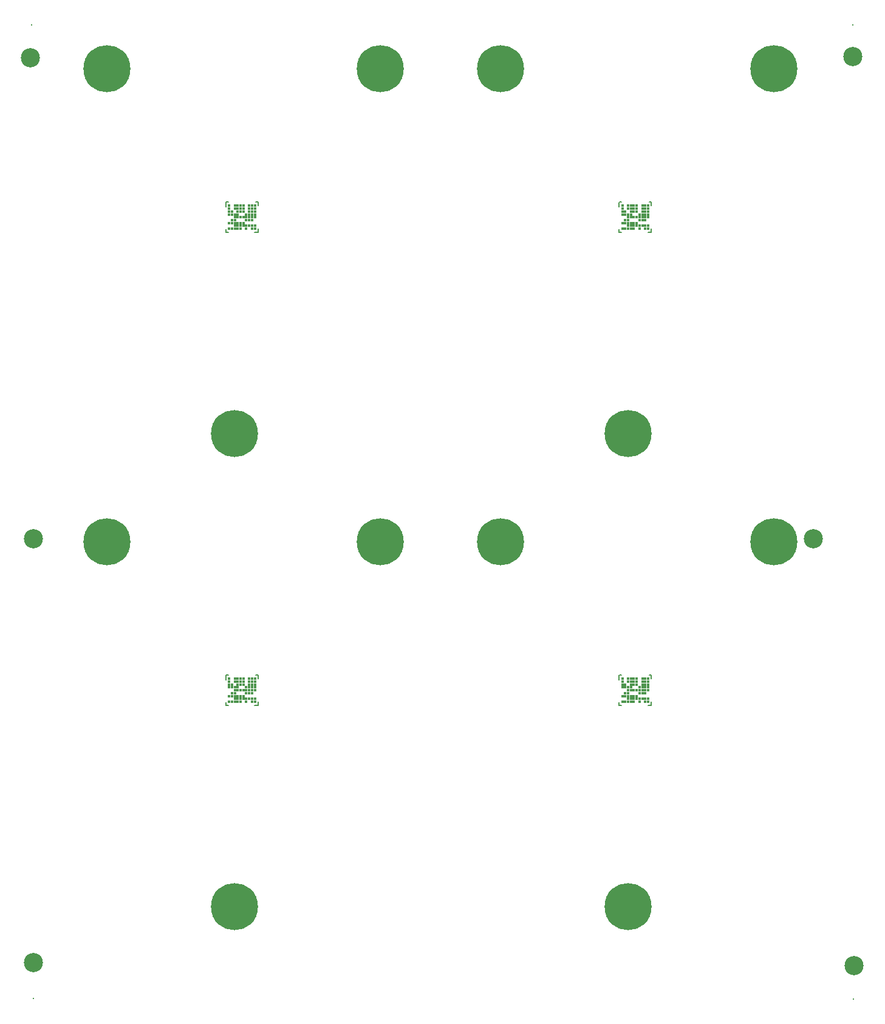
<source format=gts>
G04*
G04 #@! TF.GenerationSoftware,Altium Limited,Altium Designer,20.2.6 (244)*
G04*
G04 Layer_Color=8388736*
%FSLAX25Y25*%
%MOIN*%
G70*
G04*
G04 #@! TF.SameCoordinates,F81447C0-1865-472D-A3CA-BC0DD41CEC34*
G04*
G04*
G04 #@! TF.FilePolarity,Negative*
G04*
G01*
G75*
%ADD12C,0.00800*%
%ADD31C,0.10512*%
%ADD32C,0.01666*%
%ADD33C,0.00800*%
%ADD34C,0.25800*%
D12*
X97718Y152764D02*
Y154519D01*
X97778Y152724D02*
X98886D01*
X113453Y152729D02*
X115207D01*
X115247Y152789D02*
Y154700D01*
X114075Y169274D02*
X115183D01*
X115243Y167479D02*
Y169234D01*
X97683Y166626D02*
X97700Y169210D01*
X97740Y169270D02*
X98987D01*
X313505Y152764D02*
Y154519D01*
X313565Y152724D02*
X314673D01*
X329240Y152729D02*
X330995D01*
X331035Y152789D02*
Y154700D01*
X329862Y169274D02*
X330970D01*
X331031Y167479D02*
Y169234D01*
X313470Y166626D02*
X313487Y169210D01*
X313527Y169270D02*
X314774D01*
X97718Y412052D02*
Y413806D01*
X97778Y412012D02*
X98886D01*
X113453Y412016D02*
X115207D01*
X115247Y412076D02*
Y413987D01*
X114075Y428561D02*
X115183D01*
X115243Y426767D02*
Y428521D01*
X97683Y425913D02*
X97700Y428497D01*
X97740Y428557D02*
X98987D01*
X313505Y412052D02*
Y413806D01*
X313565Y412012D02*
X314673D01*
X329240Y412016D02*
X330995D01*
X331035Y412076D02*
Y413987D01*
X329862Y428561D02*
X330970D01*
X331031Y426767D02*
Y428521D01*
X313470Y425913D02*
X313487Y428497D01*
X313527Y428557D02*
X314774D01*
D31*
X-9500Y507600D02*
D03*
X441800Y508500D02*
D03*
X-7874Y244094D02*
D03*
X419874D02*
D03*
X442500Y9900D02*
D03*
X-7874Y11811D02*
D03*
D32*
X99394Y167298D02*
D03*
X102543D02*
D03*
X104118D02*
D03*
X105693D02*
D03*
X107268D02*
D03*
X110417D02*
D03*
X111992D02*
D03*
X113567D02*
D03*
X99394Y165724D02*
D03*
X102543D02*
D03*
X104118D02*
D03*
X105693D02*
D03*
X107268D02*
D03*
X110417D02*
D03*
X111992D02*
D03*
X113567D02*
D03*
X99394Y164149D02*
D03*
X100969D02*
D03*
X104118D02*
D03*
X105693D02*
D03*
X107268D02*
D03*
X110417D02*
D03*
X111992D02*
D03*
X113567D02*
D03*
X99394Y162574D02*
D03*
X100969D02*
D03*
X102543D02*
D03*
X104118D02*
D03*
X108843D02*
D03*
X110417D02*
D03*
X111992D02*
D03*
X113567D02*
D03*
X102543Y160999D02*
D03*
X104118D02*
D03*
X105693D02*
D03*
X107268D02*
D03*
X108843D02*
D03*
X110417D02*
D03*
X111992D02*
D03*
X113567D02*
D03*
X100969Y159424D02*
D03*
X102543D02*
D03*
X108843D02*
D03*
X110417D02*
D03*
X111992D02*
D03*
X99394Y157850D02*
D03*
X100969D02*
D03*
X102543D02*
D03*
X104118D02*
D03*
X105693D02*
D03*
X107268D02*
D03*
X102543Y156275D02*
D03*
X104118D02*
D03*
X105693D02*
D03*
X107268D02*
D03*
X108843D02*
D03*
X110417D02*
D03*
X111992D02*
D03*
X113567D02*
D03*
X99394Y154700D02*
D03*
X100969D02*
D03*
X102543D02*
D03*
X104118D02*
D03*
X105693D02*
D03*
X108843D02*
D03*
X111992D02*
D03*
X113567D02*
D03*
X315181Y167298D02*
D03*
X318331D02*
D03*
X319905D02*
D03*
X321480D02*
D03*
X323055D02*
D03*
X326205D02*
D03*
X327780D02*
D03*
X329354D02*
D03*
X315181Y165724D02*
D03*
X318331D02*
D03*
X319905D02*
D03*
X321480D02*
D03*
X323055D02*
D03*
X326205D02*
D03*
X327780D02*
D03*
X329354D02*
D03*
X315181Y164149D02*
D03*
X316756D02*
D03*
X319905D02*
D03*
X321480D02*
D03*
X323055D02*
D03*
X326205D02*
D03*
X327780D02*
D03*
X329354D02*
D03*
X315181Y162574D02*
D03*
X316756D02*
D03*
X318331D02*
D03*
X319905D02*
D03*
X324630D02*
D03*
X326205D02*
D03*
X327780D02*
D03*
X329354D02*
D03*
X318331Y160999D02*
D03*
X319905D02*
D03*
X321480D02*
D03*
X323055D02*
D03*
X324630D02*
D03*
X326205D02*
D03*
X327780D02*
D03*
X329354D02*
D03*
X316756Y159424D02*
D03*
X318331D02*
D03*
X324630D02*
D03*
X326205D02*
D03*
X327780D02*
D03*
X315181Y157850D02*
D03*
X316756D02*
D03*
X318331D02*
D03*
X319905D02*
D03*
X321480D02*
D03*
X323055D02*
D03*
X318331Y156275D02*
D03*
X319905D02*
D03*
X321480D02*
D03*
X323055D02*
D03*
X324630D02*
D03*
X326205D02*
D03*
X327780D02*
D03*
X329354D02*
D03*
X315181Y154700D02*
D03*
X316756D02*
D03*
X318331D02*
D03*
X319905D02*
D03*
X321480D02*
D03*
X324630D02*
D03*
X327780D02*
D03*
X329354D02*
D03*
X99394Y426586D02*
D03*
X102543D02*
D03*
X104118D02*
D03*
X105693D02*
D03*
X107268D02*
D03*
X110417D02*
D03*
X111992D02*
D03*
X113567D02*
D03*
X99394Y425011D02*
D03*
X102543D02*
D03*
X104118D02*
D03*
X105693D02*
D03*
X107268D02*
D03*
X110417D02*
D03*
X111992D02*
D03*
X113567D02*
D03*
X99394Y423436D02*
D03*
X100969D02*
D03*
X104118D02*
D03*
X105693D02*
D03*
X107268D02*
D03*
X110417D02*
D03*
X111992D02*
D03*
X113567D02*
D03*
X99394Y421861D02*
D03*
X100969D02*
D03*
X102543D02*
D03*
X104118D02*
D03*
X108843D02*
D03*
X110417D02*
D03*
X111992D02*
D03*
X113567D02*
D03*
X102543Y420287D02*
D03*
X104118D02*
D03*
X105693D02*
D03*
X107268D02*
D03*
X108843D02*
D03*
X110417D02*
D03*
X111992D02*
D03*
X113567D02*
D03*
X100969Y418712D02*
D03*
X102543D02*
D03*
X108843D02*
D03*
X110417D02*
D03*
X111992D02*
D03*
X99394Y417137D02*
D03*
X100969D02*
D03*
X102543D02*
D03*
X104118D02*
D03*
X105693D02*
D03*
X107268D02*
D03*
X102543Y415562D02*
D03*
X104118D02*
D03*
X105693D02*
D03*
X107268D02*
D03*
X108843D02*
D03*
X110417D02*
D03*
X111992D02*
D03*
X113567D02*
D03*
X99394Y413987D02*
D03*
X100969D02*
D03*
X102543D02*
D03*
X104118D02*
D03*
X105693D02*
D03*
X108843D02*
D03*
X111992D02*
D03*
X113567D02*
D03*
X315181Y426586D02*
D03*
X318331D02*
D03*
X319905D02*
D03*
X321480D02*
D03*
X323055D02*
D03*
X326205D02*
D03*
X327780D02*
D03*
X329354D02*
D03*
X315181Y425011D02*
D03*
X318331D02*
D03*
X319905D02*
D03*
X321480D02*
D03*
X323055D02*
D03*
X326205D02*
D03*
X327780D02*
D03*
X329354D02*
D03*
X315181Y423436D02*
D03*
X316756D02*
D03*
X319905D02*
D03*
X321480D02*
D03*
X323055D02*
D03*
X326205D02*
D03*
X327780D02*
D03*
X329354D02*
D03*
X315181Y421861D02*
D03*
X316756D02*
D03*
X318331D02*
D03*
X319905D02*
D03*
X324630D02*
D03*
X326205D02*
D03*
X327780D02*
D03*
X329354D02*
D03*
X318331Y420287D02*
D03*
X319905D02*
D03*
X321480D02*
D03*
X323055D02*
D03*
X324630D02*
D03*
X326205D02*
D03*
X327780D02*
D03*
X329354D02*
D03*
X316756Y418712D02*
D03*
X318331D02*
D03*
X324630D02*
D03*
X326205D02*
D03*
X327780D02*
D03*
X315181Y417137D02*
D03*
X316756D02*
D03*
X318331D02*
D03*
X319905D02*
D03*
X321480D02*
D03*
X323055D02*
D03*
X318331Y415562D02*
D03*
X319905D02*
D03*
X321480D02*
D03*
X323055D02*
D03*
X324630D02*
D03*
X326205D02*
D03*
X327780D02*
D03*
X329354D02*
D03*
X315181Y413987D02*
D03*
X316756D02*
D03*
X318331D02*
D03*
X319905D02*
D03*
X321480D02*
D03*
X324630D02*
D03*
X327780D02*
D03*
X329354D02*
D03*
D33*
X441800Y525600D02*
D03*
X-9100D02*
D03*
X-7874Y-7874D02*
D03*
X442100Y-8200D02*
D03*
D34*
X102500Y42500D02*
D03*
X32500Y242500D02*
D03*
X182500D02*
D03*
X318287Y42500D02*
D03*
X248287Y242500D02*
D03*
X398287D02*
D03*
X102500Y301787D02*
D03*
X32500Y501787D02*
D03*
X182500D02*
D03*
X318287Y301787D02*
D03*
X248287Y501787D02*
D03*
X398287D02*
D03*
M02*

</source>
